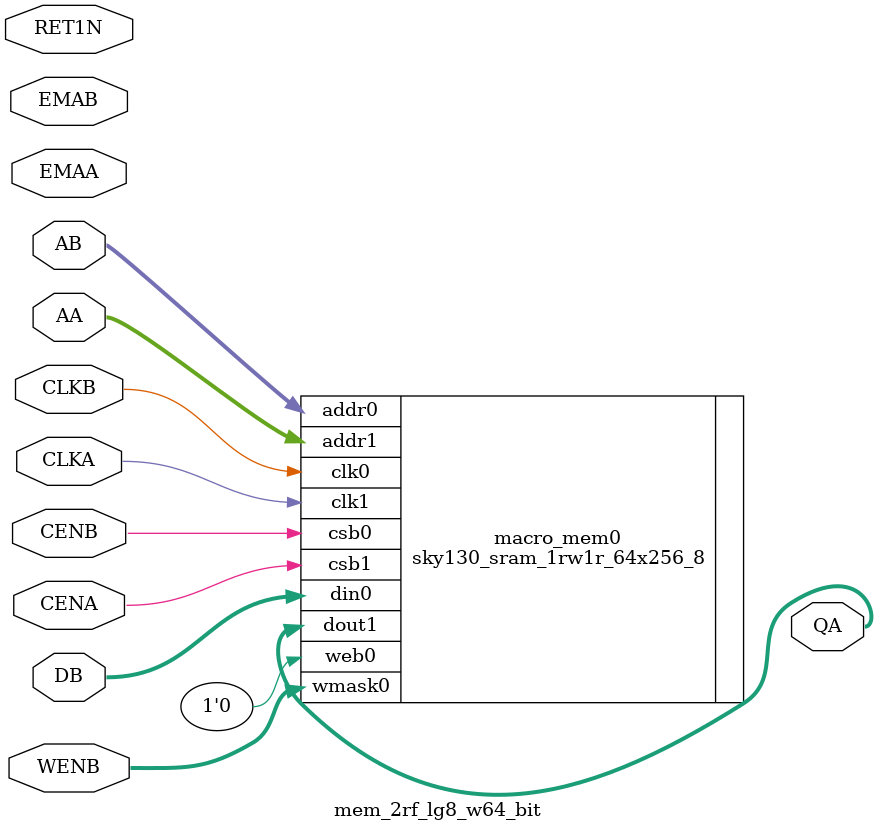
<source format=v>
module mem_1rf_lg6_w80_bit (Q, CLK, CEN, WEN, A, D, EMA, EMAW, GWEN, RET1N);

  output [79:0] Q;
  input  CLK;
  input  CEN;
  input [79:0] WEN;
  input [5:0] A;
  input [79:0] D;
  input [2:0] EMA;
  input [1:0] EMAW;
  input  GWEN;
  input  RET1N;

  sky130_sram_1rw1r_80x64_8
  macro_mem
  (
    .dout0(Q),
    .clk0(CLK),
    .csb0(CEN),
    .wmask0(WEN),
    .addr0(A),
    .din0(D),
    .web0(GWEN),
    .addr1(6'b000000),
    .csb1(1'b1),
    .clk1(1'b0),
  );

endmodule

module mem_1rf_lg8_w128_all (Q, CLK, CEN, WEN, A, D, EMA, EMAW, RET1N);

  output [127:0] Q;
  input  CLK;
  input  CEN;
  input  WEN;
  input [7:0] A;
  input [127:0] D;
  input [2:0] EMA;
  input [1:0] EMAW;
  input  RET1N;


  sky130_sram_1rw1r_128x256_8
  macro_mem
  (
    .dout0(Q),
    .clk0(CLK),
    .csb0(CEN),
    .web0(WEN),
    .wmask0(16'b1111111111111111),
    .addr0(A),
    .din0(D),
    .clk1(1'b0),
    .csb1(1'b1),
    .addr1(8'b00000000)
  );

endmodule

module mem_2rf_lg6_w44_bit (QA, CLKA, CENA, AA, CLKB, CENB, WENB, AB, DB, EMAA, EMAB, RET1N);

  output [43:0] QA;
  input  CLKA;
  input  CENA;
  input [5:0] AA;
  input  CLKB;
  input  CENB;
  input [43:0] WENB;
  input [5:0] AB;
  input [43:0] DB;
  input [2:0] EMAA;
  input [2:0] EMAB;
  input  RET1N;

  sky130_sram_1rw1r_44x64_8
  macro_mem0
  (
    .clk1(CLKA),
    .clk0(CLKB),
    .addr1(AA),
    .csb1(CENA),
    .dout1(QA),
    .addr0(AB),
    .din0(DB),
    .csb0(CENB),
    .web0(1'b0),
    .wmask0(WENB)
  );

endmodule

module mem_2rf_lg8_w64_bit (QA, CLKA, CENA, AA, CLKB, CENB, WENB, AB, DB, EMAA, EMAB, RET1N);

  output [63:0] QA;
  input  CLKA;
  input  CENA;
  input [7:0] AA;
  input  CLKB;
  input  CENB;
  input [63:0] WENB;
  input [7:0] AB;
  input [63:0] DB;
  input [2:0] EMAA;
  input [2:0] EMAB;
  input  RET1N;

  sky130_sram_1rw1r_64x256_8
  macro_mem0
  (
    .clk1(CLKA),
    .clk0(CLKB),
    .addr1(AA),
    .csb1(CENA),
    .dout1(QA),
    .addr0(AB),
    .din0(DB),
    .csb0(CENB),
    .wmask0(WENB),
    .web0(1'b0)
  );

endmodule

</source>
